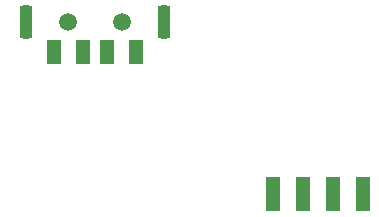
<source format=gbr>
%TF.GenerationSoftware,Altium Limited,Altium NEXUS,2.1.5 (53)*%
G04 Layer_Color=255*
%FSLAX44Y44*%
%MOMM*%
%TF.FileFunction,Pads,Top*%
%TF.Part,Single*%
G01*
G75*
%TA.AperFunction,ConnectorPad*%
%ADD10R,1.2000X2.0000*%
%TA.AperFunction,SMDPad,CuDef*%
%ADD11R,1.2700X2.9600*%
%TA.AperFunction,ComponentPad*%
G04:AMPARAMS|DCode=13|XSize=1.1mm|YSize=2.8mm|CornerRadius=0.275mm|HoleSize=0mm|Usage=FLASHONLY|Rotation=180.000|XOffset=0mm|YOffset=0mm|HoleType=Round|Shape=RoundedRectangle|*
%AMROUNDEDRECTD13*
21,1,1.1000,2.2500,0,0,180.0*
21,1,0.5500,2.8000,0,0,180.0*
1,1,0.5500,-0.2750,1.1250*
1,1,0.5500,0.2750,1.1250*
1,1,0.5500,0.2750,-1.1250*
1,1,0.5500,-0.2750,-1.1250*
%
%ADD13ROUNDEDRECTD13*%
%ADD14C,1.5000*%
D10*
X35000Y201240D02*
D03*
X60000D02*
D03*
X80000D02*
D03*
X105000D02*
D03*
D11*
X220470Y81026D02*
D03*
X245870D02*
D03*
X271270D02*
D03*
X296670D02*
D03*
D13*
X128500Y227240D02*
D03*
X11500D02*
D03*
D14*
X92500D02*
D03*
X47500D02*
D03*
%TF.MD5,f1f755cb885851f945d24a757f752922*%
M02*

</source>
